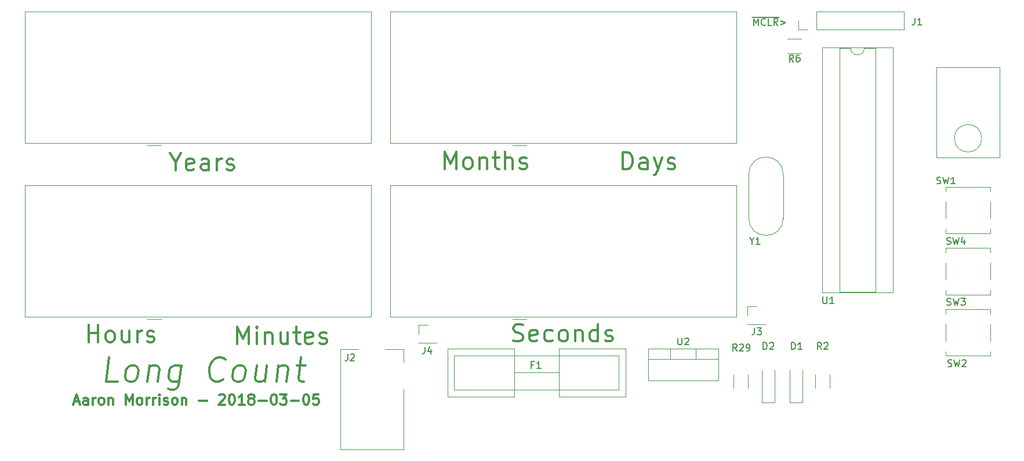
<source format=gbr>
G04 #@! TF.FileFunction,Legend,Top*
%FSLAX46Y46*%
G04 Gerber Fmt 4.6, Leading zero omitted, Abs format (unit mm)*
G04 Created by KiCad (PCBNEW 4.0.6) date Monday, March 05, 2018 'AMt' 11:52:21 AM*
%MOMM*%
%LPD*%
G01*
G04 APERTURE LIST*
%ADD10C,0.100000*%
%ADD11C,0.150000*%
%ADD12C,0.300000*%
%ADD13C,0.120000*%
G04 APERTURE END LIST*
D10*
D11*
X145920437Y-27965661D02*
X145920437Y-26965661D01*
X146253771Y-27679947D01*
X146587104Y-26965661D01*
X146587104Y-27965661D01*
X147634723Y-27870423D02*
X147587104Y-27918042D01*
X147444247Y-27965661D01*
X147349009Y-27965661D01*
X147206151Y-27918042D01*
X147110913Y-27822804D01*
X147063294Y-27727566D01*
X147015675Y-27537090D01*
X147015675Y-27394232D01*
X147063294Y-27203756D01*
X147110913Y-27108518D01*
X147206151Y-27013280D01*
X147349009Y-26965661D01*
X147444247Y-26965661D01*
X147587104Y-27013280D01*
X147634723Y-27060899D01*
X148539485Y-27965661D02*
X148063294Y-27965661D01*
X148063294Y-26965661D01*
X149444247Y-27965661D02*
X149110913Y-27489470D01*
X148872818Y-27965661D02*
X148872818Y-26965661D01*
X149253771Y-26965661D01*
X149349009Y-27013280D01*
X149396628Y-27060899D01*
X149444247Y-27156137D01*
X149444247Y-27298994D01*
X149396628Y-27394232D01*
X149349009Y-27441851D01*
X149253771Y-27489470D01*
X148872818Y-27489470D01*
X145682342Y-26793280D02*
X149634723Y-26793280D01*
X149872818Y-27298994D02*
X150634723Y-27584709D01*
X149872818Y-27870423D01*
D12*
X46727439Y-82982880D02*
X47441725Y-82982880D01*
X46584582Y-83411451D02*
X47084582Y-81911451D01*
X47584582Y-83411451D01*
X48727439Y-83411451D02*
X48727439Y-82625737D01*
X48656010Y-82482880D01*
X48513153Y-82411451D01*
X48227439Y-82411451D01*
X48084582Y-82482880D01*
X48727439Y-83340023D02*
X48584582Y-83411451D01*
X48227439Y-83411451D01*
X48084582Y-83340023D01*
X48013153Y-83197166D01*
X48013153Y-83054309D01*
X48084582Y-82911451D01*
X48227439Y-82840023D01*
X48584582Y-82840023D01*
X48727439Y-82768594D01*
X49441725Y-83411451D02*
X49441725Y-82411451D01*
X49441725Y-82697166D02*
X49513153Y-82554309D01*
X49584582Y-82482880D01*
X49727439Y-82411451D01*
X49870296Y-82411451D01*
X50584582Y-83411451D02*
X50441724Y-83340023D01*
X50370296Y-83268594D01*
X50298867Y-83125737D01*
X50298867Y-82697166D01*
X50370296Y-82554309D01*
X50441724Y-82482880D01*
X50584582Y-82411451D01*
X50798867Y-82411451D01*
X50941724Y-82482880D01*
X51013153Y-82554309D01*
X51084582Y-82697166D01*
X51084582Y-83125737D01*
X51013153Y-83268594D01*
X50941724Y-83340023D01*
X50798867Y-83411451D01*
X50584582Y-83411451D01*
X51727439Y-82411451D02*
X51727439Y-83411451D01*
X51727439Y-82554309D02*
X51798867Y-82482880D01*
X51941725Y-82411451D01*
X52156010Y-82411451D01*
X52298867Y-82482880D01*
X52370296Y-82625737D01*
X52370296Y-83411451D01*
X54227439Y-83411451D02*
X54227439Y-81911451D01*
X54727439Y-82982880D01*
X55227439Y-81911451D01*
X55227439Y-83411451D01*
X56156011Y-83411451D02*
X56013153Y-83340023D01*
X55941725Y-83268594D01*
X55870296Y-83125737D01*
X55870296Y-82697166D01*
X55941725Y-82554309D01*
X56013153Y-82482880D01*
X56156011Y-82411451D01*
X56370296Y-82411451D01*
X56513153Y-82482880D01*
X56584582Y-82554309D01*
X56656011Y-82697166D01*
X56656011Y-83125737D01*
X56584582Y-83268594D01*
X56513153Y-83340023D01*
X56370296Y-83411451D01*
X56156011Y-83411451D01*
X57298868Y-83411451D02*
X57298868Y-82411451D01*
X57298868Y-82697166D02*
X57370296Y-82554309D01*
X57441725Y-82482880D01*
X57584582Y-82411451D01*
X57727439Y-82411451D01*
X58227439Y-83411451D02*
X58227439Y-82411451D01*
X58227439Y-82697166D02*
X58298867Y-82554309D01*
X58370296Y-82482880D01*
X58513153Y-82411451D01*
X58656010Y-82411451D01*
X59156010Y-83411451D02*
X59156010Y-82411451D01*
X59156010Y-81911451D02*
X59084581Y-81982880D01*
X59156010Y-82054309D01*
X59227438Y-81982880D01*
X59156010Y-81911451D01*
X59156010Y-82054309D01*
X59798867Y-83340023D02*
X59941724Y-83411451D01*
X60227439Y-83411451D01*
X60370296Y-83340023D01*
X60441724Y-83197166D01*
X60441724Y-83125737D01*
X60370296Y-82982880D01*
X60227439Y-82911451D01*
X60013153Y-82911451D01*
X59870296Y-82840023D01*
X59798867Y-82697166D01*
X59798867Y-82625737D01*
X59870296Y-82482880D01*
X60013153Y-82411451D01*
X60227439Y-82411451D01*
X60370296Y-82482880D01*
X61298868Y-83411451D02*
X61156010Y-83340023D01*
X61084582Y-83268594D01*
X61013153Y-83125737D01*
X61013153Y-82697166D01*
X61084582Y-82554309D01*
X61156010Y-82482880D01*
X61298868Y-82411451D01*
X61513153Y-82411451D01*
X61656010Y-82482880D01*
X61727439Y-82554309D01*
X61798868Y-82697166D01*
X61798868Y-83125737D01*
X61727439Y-83268594D01*
X61656010Y-83340023D01*
X61513153Y-83411451D01*
X61298868Y-83411451D01*
X62441725Y-82411451D02*
X62441725Y-83411451D01*
X62441725Y-82554309D02*
X62513153Y-82482880D01*
X62656011Y-82411451D01*
X62870296Y-82411451D01*
X63013153Y-82482880D01*
X63084582Y-82625737D01*
X63084582Y-83411451D01*
X64941725Y-82840023D02*
X66084582Y-82840023D01*
X67870296Y-82054309D02*
X67941725Y-81982880D01*
X68084582Y-81911451D01*
X68441725Y-81911451D01*
X68584582Y-81982880D01*
X68656011Y-82054309D01*
X68727439Y-82197166D01*
X68727439Y-82340023D01*
X68656011Y-82554309D01*
X67798868Y-83411451D01*
X68727439Y-83411451D01*
X69656010Y-81911451D02*
X69798867Y-81911451D01*
X69941724Y-81982880D01*
X70013153Y-82054309D01*
X70084582Y-82197166D01*
X70156010Y-82482880D01*
X70156010Y-82840023D01*
X70084582Y-83125737D01*
X70013153Y-83268594D01*
X69941724Y-83340023D01*
X69798867Y-83411451D01*
X69656010Y-83411451D01*
X69513153Y-83340023D01*
X69441724Y-83268594D01*
X69370296Y-83125737D01*
X69298867Y-82840023D01*
X69298867Y-82482880D01*
X69370296Y-82197166D01*
X69441724Y-82054309D01*
X69513153Y-81982880D01*
X69656010Y-81911451D01*
X71584581Y-83411451D02*
X70727438Y-83411451D01*
X71156010Y-83411451D02*
X71156010Y-81911451D01*
X71013153Y-82125737D01*
X70870295Y-82268594D01*
X70727438Y-82340023D01*
X72441724Y-82554309D02*
X72298866Y-82482880D01*
X72227438Y-82411451D01*
X72156009Y-82268594D01*
X72156009Y-82197166D01*
X72227438Y-82054309D01*
X72298866Y-81982880D01*
X72441724Y-81911451D01*
X72727438Y-81911451D01*
X72870295Y-81982880D01*
X72941724Y-82054309D01*
X73013152Y-82197166D01*
X73013152Y-82268594D01*
X72941724Y-82411451D01*
X72870295Y-82482880D01*
X72727438Y-82554309D01*
X72441724Y-82554309D01*
X72298866Y-82625737D01*
X72227438Y-82697166D01*
X72156009Y-82840023D01*
X72156009Y-83125737D01*
X72227438Y-83268594D01*
X72298866Y-83340023D01*
X72441724Y-83411451D01*
X72727438Y-83411451D01*
X72870295Y-83340023D01*
X72941724Y-83268594D01*
X73013152Y-83125737D01*
X73013152Y-82840023D01*
X72941724Y-82697166D01*
X72870295Y-82625737D01*
X72727438Y-82554309D01*
X73656009Y-82840023D02*
X74798866Y-82840023D01*
X75798866Y-81911451D02*
X75941723Y-81911451D01*
X76084580Y-81982880D01*
X76156009Y-82054309D01*
X76227438Y-82197166D01*
X76298866Y-82482880D01*
X76298866Y-82840023D01*
X76227438Y-83125737D01*
X76156009Y-83268594D01*
X76084580Y-83340023D01*
X75941723Y-83411451D01*
X75798866Y-83411451D01*
X75656009Y-83340023D01*
X75584580Y-83268594D01*
X75513152Y-83125737D01*
X75441723Y-82840023D01*
X75441723Y-82482880D01*
X75513152Y-82197166D01*
X75584580Y-82054309D01*
X75656009Y-81982880D01*
X75798866Y-81911451D01*
X76798866Y-81911451D02*
X77727437Y-81911451D01*
X77227437Y-82482880D01*
X77441723Y-82482880D01*
X77584580Y-82554309D01*
X77656009Y-82625737D01*
X77727437Y-82768594D01*
X77727437Y-83125737D01*
X77656009Y-83268594D01*
X77584580Y-83340023D01*
X77441723Y-83411451D01*
X77013151Y-83411451D01*
X76870294Y-83340023D01*
X76798866Y-83268594D01*
X78370294Y-82840023D02*
X79513151Y-82840023D01*
X80513151Y-81911451D02*
X80656008Y-81911451D01*
X80798865Y-81982880D01*
X80870294Y-82054309D01*
X80941723Y-82197166D01*
X81013151Y-82482880D01*
X81013151Y-82840023D01*
X80941723Y-83125737D01*
X80870294Y-83268594D01*
X80798865Y-83340023D01*
X80656008Y-83411451D01*
X80513151Y-83411451D01*
X80370294Y-83340023D01*
X80298865Y-83268594D01*
X80227437Y-83125737D01*
X80156008Y-82840023D01*
X80156008Y-82482880D01*
X80227437Y-82197166D01*
X80298865Y-82054309D01*
X80370294Y-81982880D01*
X80513151Y-81911451D01*
X82370294Y-81911451D02*
X81656008Y-81911451D01*
X81584579Y-82625737D01*
X81656008Y-82554309D01*
X81798865Y-82482880D01*
X82156008Y-82482880D01*
X82298865Y-82554309D01*
X82370294Y-82625737D01*
X82441722Y-82768594D01*
X82441722Y-83125737D01*
X82370294Y-83268594D01*
X82298865Y-83340023D01*
X82156008Y-83411451D01*
X81798865Y-83411451D01*
X81656008Y-83340023D01*
X81584579Y-83268594D01*
X53060142Y-80046473D02*
X51393475Y-80046473D01*
X51830975Y-76546473D01*
X54726808Y-80046473D02*
X54414309Y-79879807D01*
X54268475Y-79713140D01*
X54143476Y-79379807D01*
X54268476Y-78379807D01*
X54476808Y-78046473D01*
X54664309Y-77879807D01*
X55018475Y-77713140D01*
X55518475Y-77713140D01*
X55830976Y-77879807D01*
X55976808Y-78046473D01*
X56101809Y-78379807D01*
X55976809Y-79379807D01*
X55768475Y-79713140D01*
X55580976Y-79879807D01*
X55226808Y-80046473D01*
X54726808Y-80046473D01*
X57685142Y-77713140D02*
X57393475Y-80046473D01*
X57643475Y-78046473D02*
X57830976Y-77879807D01*
X58185142Y-77713140D01*
X58685142Y-77713140D01*
X58997643Y-77879807D01*
X59122642Y-78213140D01*
X58893475Y-80046473D01*
X62351809Y-77713140D02*
X61997642Y-80546473D01*
X61789310Y-80879807D01*
X61601809Y-81046473D01*
X61247643Y-81213140D01*
X60747643Y-81213140D01*
X60435142Y-81046473D01*
X62080976Y-79879807D02*
X61726809Y-80046473D01*
X61060142Y-80046473D01*
X60747643Y-79879807D01*
X60601809Y-79713140D01*
X60476810Y-79379807D01*
X60601810Y-78379807D01*
X60810142Y-78046473D01*
X60997643Y-77879807D01*
X61351809Y-77713140D01*
X62018476Y-77713140D01*
X62330976Y-77879807D01*
X68435143Y-79713140D02*
X68247644Y-79879807D01*
X67726810Y-80046473D01*
X67393476Y-80046473D01*
X66914310Y-79879807D01*
X66622643Y-79546473D01*
X66497643Y-79213140D01*
X66414310Y-78546473D01*
X66476810Y-78046473D01*
X66726810Y-77379807D01*
X66935143Y-77046473D01*
X67310143Y-76713140D01*
X67830976Y-76546473D01*
X68164310Y-76546473D01*
X68643477Y-76713140D01*
X68789310Y-76879807D01*
X70393476Y-80046473D02*
X70080977Y-79879807D01*
X69935143Y-79713140D01*
X69810144Y-79379807D01*
X69935144Y-78379807D01*
X70143476Y-78046473D01*
X70330977Y-77879807D01*
X70685143Y-77713140D01*
X71185143Y-77713140D01*
X71497644Y-77879807D01*
X71643476Y-78046473D01*
X71768477Y-78379807D01*
X71643477Y-79379807D01*
X71435143Y-79713140D01*
X71247644Y-79879807D01*
X70893476Y-80046473D01*
X70393476Y-80046473D01*
X74851810Y-77713140D02*
X74560143Y-80046473D01*
X73351810Y-77713140D02*
X73122643Y-79546473D01*
X73247644Y-79879807D01*
X73560143Y-80046473D01*
X74060143Y-80046473D01*
X74414311Y-79879807D01*
X74601810Y-79713140D01*
X76518477Y-77713140D02*
X76226810Y-80046473D01*
X76476810Y-78046473D02*
X76664311Y-77879807D01*
X77018477Y-77713140D01*
X77518477Y-77713140D01*
X77830978Y-77879807D01*
X77955977Y-78213140D01*
X77726810Y-80046473D01*
X79185144Y-77713140D02*
X80518478Y-77713140D01*
X79830977Y-76546473D02*
X79455977Y-79546473D01*
X79580978Y-79879807D01*
X79893477Y-80046473D01*
X80226811Y-80046473D01*
X110827775Y-74062305D02*
X111184918Y-74181352D01*
X111780156Y-74181352D01*
X112018252Y-74062305D01*
X112137299Y-73943257D01*
X112256347Y-73705162D01*
X112256347Y-73467067D01*
X112137299Y-73228971D01*
X112018252Y-73109924D01*
X111780156Y-72990876D01*
X111303966Y-72871829D01*
X111065871Y-72752781D01*
X110946823Y-72633733D01*
X110827775Y-72395638D01*
X110827775Y-72157543D01*
X110946823Y-71919448D01*
X111065871Y-71800400D01*
X111303966Y-71681352D01*
X111899204Y-71681352D01*
X112256347Y-71800400D01*
X114280156Y-74062305D02*
X114042061Y-74181352D01*
X113565870Y-74181352D01*
X113327775Y-74062305D01*
X113208727Y-73824210D01*
X113208727Y-72871829D01*
X113327775Y-72633733D01*
X113565870Y-72514686D01*
X114042061Y-72514686D01*
X114280156Y-72633733D01*
X114399204Y-72871829D01*
X114399204Y-73109924D01*
X113208727Y-73348019D01*
X116542061Y-74062305D02*
X116303965Y-74181352D01*
X115827775Y-74181352D01*
X115589680Y-74062305D01*
X115470632Y-73943257D01*
X115351584Y-73705162D01*
X115351584Y-72990876D01*
X115470632Y-72752781D01*
X115589680Y-72633733D01*
X115827775Y-72514686D01*
X116303965Y-72514686D01*
X116542061Y-72633733D01*
X117970632Y-74181352D02*
X117732537Y-74062305D01*
X117613489Y-73943257D01*
X117494441Y-73705162D01*
X117494441Y-72990876D01*
X117613489Y-72752781D01*
X117732537Y-72633733D01*
X117970632Y-72514686D01*
X118327775Y-72514686D01*
X118565870Y-72633733D01*
X118684918Y-72752781D01*
X118803965Y-72990876D01*
X118803965Y-73705162D01*
X118684918Y-73943257D01*
X118565870Y-74062305D01*
X118327775Y-74181352D01*
X117970632Y-74181352D01*
X119875394Y-72514686D02*
X119875394Y-74181352D01*
X119875394Y-72752781D02*
X119994442Y-72633733D01*
X120232537Y-72514686D01*
X120589680Y-72514686D01*
X120827775Y-72633733D01*
X120946823Y-72871829D01*
X120946823Y-74181352D01*
X123208728Y-74181352D02*
X123208728Y-71681352D01*
X123208728Y-74062305D02*
X122970632Y-74181352D01*
X122494442Y-74181352D01*
X122256347Y-74062305D01*
X122137299Y-73943257D01*
X122018251Y-73705162D01*
X122018251Y-72990876D01*
X122137299Y-72752781D01*
X122256347Y-72633733D01*
X122494442Y-72514686D01*
X122970632Y-72514686D01*
X123208728Y-72633733D01*
X124280156Y-74062305D02*
X124518252Y-74181352D01*
X124994442Y-74181352D01*
X125232537Y-74062305D01*
X125351585Y-73824210D01*
X125351585Y-73705162D01*
X125232537Y-73467067D01*
X124994442Y-73348019D01*
X124637299Y-73348019D01*
X124399204Y-73228971D01*
X124280156Y-72990876D01*
X124280156Y-72871829D01*
X124399204Y-72633733D01*
X124637299Y-72514686D01*
X124994442Y-72514686D01*
X125232537Y-72633733D01*
X70529785Y-74526792D02*
X70529785Y-72026792D01*
X71363118Y-73812507D01*
X72196452Y-72026792D01*
X72196452Y-74526792D01*
X73386928Y-74526792D02*
X73386928Y-72860126D01*
X73386928Y-72026792D02*
X73267880Y-72145840D01*
X73386928Y-72264888D01*
X73505976Y-72145840D01*
X73386928Y-72026792D01*
X73386928Y-72264888D01*
X74577404Y-72860126D02*
X74577404Y-74526792D01*
X74577404Y-73098221D02*
X74696452Y-72979173D01*
X74934547Y-72860126D01*
X75291690Y-72860126D01*
X75529785Y-72979173D01*
X75648833Y-73217269D01*
X75648833Y-74526792D01*
X77910738Y-72860126D02*
X77910738Y-74526792D01*
X76839309Y-72860126D02*
X76839309Y-74169650D01*
X76958357Y-74407745D01*
X77196452Y-74526792D01*
X77553595Y-74526792D01*
X77791690Y-74407745D01*
X77910738Y-74288697D01*
X78744071Y-72860126D02*
X79696452Y-72860126D01*
X79101214Y-72026792D02*
X79101214Y-74169650D01*
X79220262Y-74407745D01*
X79458357Y-74526792D01*
X79696452Y-74526792D01*
X81482166Y-74407745D02*
X81244071Y-74526792D01*
X80767880Y-74526792D01*
X80529785Y-74407745D01*
X80410737Y-74169650D01*
X80410737Y-73217269D01*
X80529785Y-72979173D01*
X80767880Y-72860126D01*
X81244071Y-72860126D01*
X81482166Y-72979173D01*
X81601214Y-73217269D01*
X81601214Y-73455364D01*
X80410737Y-73693459D01*
X82553594Y-74407745D02*
X82791690Y-74526792D01*
X83267880Y-74526792D01*
X83505975Y-74407745D01*
X83625023Y-74169650D01*
X83625023Y-74050602D01*
X83505975Y-73812507D01*
X83267880Y-73693459D01*
X82910737Y-73693459D01*
X82672642Y-73574411D01*
X82553594Y-73336316D01*
X82553594Y-73217269D01*
X82672642Y-72979173D01*
X82910737Y-72860126D01*
X83267880Y-72860126D01*
X83505975Y-72979173D01*
X48796535Y-74298192D02*
X48796535Y-71798192D01*
X48796535Y-72988669D02*
X50225107Y-72988669D01*
X50225107Y-74298192D02*
X50225107Y-71798192D01*
X51772726Y-74298192D02*
X51534631Y-74179145D01*
X51415583Y-74060097D01*
X51296535Y-73822002D01*
X51296535Y-73107716D01*
X51415583Y-72869621D01*
X51534631Y-72750573D01*
X51772726Y-72631526D01*
X52129869Y-72631526D01*
X52367964Y-72750573D01*
X52487012Y-72869621D01*
X52606059Y-73107716D01*
X52606059Y-73822002D01*
X52487012Y-74060097D01*
X52367964Y-74179145D01*
X52129869Y-74298192D01*
X51772726Y-74298192D01*
X54748917Y-72631526D02*
X54748917Y-74298192D01*
X53677488Y-72631526D02*
X53677488Y-73941050D01*
X53796536Y-74179145D01*
X54034631Y-74298192D01*
X54391774Y-74298192D01*
X54629869Y-74179145D01*
X54748917Y-74060097D01*
X55939393Y-74298192D02*
X55939393Y-72631526D01*
X55939393Y-73107716D02*
X56058441Y-72869621D01*
X56177488Y-72750573D01*
X56415584Y-72631526D01*
X56653679Y-72631526D01*
X57367964Y-74179145D02*
X57606060Y-74298192D01*
X58082250Y-74298192D01*
X58320345Y-74179145D01*
X58439393Y-73941050D01*
X58439393Y-73822002D01*
X58320345Y-73583907D01*
X58082250Y-73464859D01*
X57725107Y-73464859D01*
X57487012Y-73345811D01*
X57367964Y-73107716D01*
X57367964Y-72988669D01*
X57487012Y-72750573D01*
X57725107Y-72631526D01*
X58082250Y-72631526D01*
X58320345Y-72750573D01*
X126839020Y-49007412D02*
X126839020Y-46507412D01*
X127434258Y-46507412D01*
X127791401Y-46626460D01*
X128029496Y-46864555D01*
X128148544Y-47102650D01*
X128267592Y-47578841D01*
X128267592Y-47935984D01*
X128148544Y-48412174D01*
X128029496Y-48650270D01*
X127791401Y-48888365D01*
X127434258Y-49007412D01*
X126839020Y-49007412D01*
X130410449Y-49007412D02*
X130410449Y-47697889D01*
X130291401Y-47459793D01*
X130053306Y-47340746D01*
X129577115Y-47340746D01*
X129339020Y-47459793D01*
X130410449Y-48888365D02*
X130172353Y-49007412D01*
X129577115Y-49007412D01*
X129339020Y-48888365D01*
X129219972Y-48650270D01*
X129219972Y-48412174D01*
X129339020Y-48174079D01*
X129577115Y-48055031D01*
X130172353Y-48055031D01*
X130410449Y-47935984D01*
X131362830Y-47340746D02*
X131958068Y-49007412D01*
X132553306Y-47340746D02*
X131958068Y-49007412D01*
X131719973Y-49602650D01*
X131600925Y-49721698D01*
X131362830Y-49840746D01*
X133386639Y-48888365D02*
X133624735Y-49007412D01*
X134100925Y-49007412D01*
X134339020Y-48888365D01*
X134458068Y-48650270D01*
X134458068Y-48531222D01*
X134339020Y-48293127D01*
X134100925Y-48174079D01*
X133743782Y-48174079D01*
X133505687Y-48055031D01*
X133386639Y-47816936D01*
X133386639Y-47697889D01*
X133505687Y-47459793D01*
X133743782Y-47340746D01*
X134100925Y-47340746D01*
X134339020Y-47459793D01*
X100819059Y-48974392D02*
X100819059Y-46474392D01*
X101652392Y-48260107D01*
X102485726Y-46474392D01*
X102485726Y-48974392D01*
X104033345Y-48974392D02*
X103795250Y-48855345D01*
X103676202Y-48736297D01*
X103557154Y-48498202D01*
X103557154Y-47783916D01*
X103676202Y-47545821D01*
X103795250Y-47426773D01*
X104033345Y-47307726D01*
X104390488Y-47307726D01*
X104628583Y-47426773D01*
X104747631Y-47545821D01*
X104866678Y-47783916D01*
X104866678Y-48498202D01*
X104747631Y-48736297D01*
X104628583Y-48855345D01*
X104390488Y-48974392D01*
X104033345Y-48974392D01*
X105938107Y-47307726D02*
X105938107Y-48974392D01*
X105938107Y-47545821D02*
X106057155Y-47426773D01*
X106295250Y-47307726D01*
X106652393Y-47307726D01*
X106890488Y-47426773D01*
X107009536Y-47664869D01*
X107009536Y-48974392D01*
X107842869Y-47307726D02*
X108795250Y-47307726D01*
X108200012Y-46474392D02*
X108200012Y-48617250D01*
X108319060Y-48855345D01*
X108557155Y-48974392D01*
X108795250Y-48974392D01*
X109628583Y-48974392D02*
X109628583Y-46474392D01*
X110700012Y-48974392D02*
X110700012Y-47664869D01*
X110580964Y-47426773D01*
X110342869Y-47307726D01*
X109985726Y-47307726D01*
X109747631Y-47426773D01*
X109628583Y-47545821D01*
X111771440Y-48855345D02*
X112009536Y-48974392D01*
X112485726Y-48974392D01*
X112723821Y-48855345D01*
X112842869Y-48617250D01*
X112842869Y-48498202D01*
X112723821Y-48260107D01*
X112485726Y-48141059D01*
X112128583Y-48141059D01*
X111890488Y-48022011D01*
X111771440Y-47783916D01*
X111771440Y-47664869D01*
X111890488Y-47426773D01*
X112128583Y-47307726D01*
X112485726Y-47307726D01*
X112723821Y-47426773D01*
X61498185Y-47961716D02*
X61498185Y-49152192D01*
X60664851Y-46652192D02*
X61498185Y-47961716D01*
X62331518Y-46652192D01*
X64117232Y-49033145D02*
X63879137Y-49152192D01*
X63402946Y-49152192D01*
X63164851Y-49033145D01*
X63045803Y-48795050D01*
X63045803Y-47842669D01*
X63164851Y-47604573D01*
X63402946Y-47485526D01*
X63879137Y-47485526D01*
X64117232Y-47604573D01*
X64236280Y-47842669D01*
X64236280Y-48080764D01*
X63045803Y-48318859D01*
X66379137Y-49152192D02*
X66379137Y-47842669D01*
X66260089Y-47604573D01*
X66021994Y-47485526D01*
X65545803Y-47485526D01*
X65307708Y-47604573D01*
X66379137Y-49033145D02*
X66141041Y-49152192D01*
X65545803Y-49152192D01*
X65307708Y-49033145D01*
X65188660Y-48795050D01*
X65188660Y-48556954D01*
X65307708Y-48318859D01*
X65545803Y-48199811D01*
X66141041Y-48199811D01*
X66379137Y-48080764D01*
X67569613Y-49152192D02*
X67569613Y-47485526D01*
X67569613Y-47961716D02*
X67688661Y-47723621D01*
X67807708Y-47604573D01*
X68045804Y-47485526D01*
X68283899Y-47485526D01*
X68998184Y-49033145D02*
X69236280Y-49152192D01*
X69712470Y-49152192D01*
X69950565Y-49033145D01*
X70069613Y-48795050D01*
X70069613Y-48676002D01*
X69950565Y-48437907D01*
X69712470Y-48318859D01*
X69355327Y-48318859D01*
X69117232Y-48199811D01*
X68998184Y-47961716D01*
X68998184Y-47842669D01*
X69117232Y-47604573D01*
X69355327Y-47485526D01*
X69712470Y-47485526D01*
X69950565Y-47604573D01*
D13*
X180506440Y-57730840D02*
X180506440Y-58380840D01*
X180506440Y-58380840D02*
X174006440Y-58380840D01*
X174006440Y-58380840D02*
X174006440Y-57730840D01*
X180506440Y-52230840D02*
X180506440Y-51580840D01*
X180506440Y-51580840D02*
X174006440Y-51580840D01*
X174006440Y-51580840D02*
X174006440Y-52230840D01*
X180506440Y-53730840D02*
X180506440Y-56230840D01*
X174006440Y-53730840D02*
X174006440Y-56230840D01*
X181831040Y-47295560D02*
X181831040Y-34095560D01*
X172631040Y-34095560D02*
X181831040Y-34095560D01*
X172631040Y-47295560D02*
X172631040Y-34095560D01*
X172631040Y-47295560D02*
X181831040Y-47295560D01*
X179231040Y-44485560D02*
G75*
G03X179231040Y-44485560I-2000000J0D01*
G01*
X39500000Y-70580000D02*
X39500000Y-51340000D01*
X39500000Y-70580000D02*
X90040000Y-70580000D01*
X90040000Y-70580000D02*
X90040000Y-51340000D01*
X90040000Y-51340000D02*
X39500000Y-51340000D01*
X57420000Y-70960000D02*
X59420000Y-70960000D01*
X92840000Y-70580000D02*
X92840000Y-51340000D01*
X92840000Y-70580000D02*
X143380000Y-70580000D01*
X143380000Y-70580000D02*
X143380000Y-51340000D01*
X143380000Y-51340000D02*
X92840000Y-51340000D01*
X110760000Y-70960000D02*
X112760000Y-70960000D01*
X92840000Y-45180000D02*
X92840000Y-25940000D01*
X92840000Y-45180000D02*
X143380000Y-45180000D01*
X143380000Y-45180000D02*
X143380000Y-25940000D01*
X143380000Y-25940000D02*
X92840000Y-25940000D01*
X110760000Y-45560000D02*
X112760000Y-45560000D01*
X39500000Y-45180000D02*
X39500000Y-25940000D01*
X39500000Y-45180000D02*
X90040000Y-45180000D01*
X90040000Y-45180000D02*
X90040000Y-25940000D01*
X90040000Y-25940000D02*
X39500000Y-25940000D01*
X57420000Y-45560000D02*
X59420000Y-45560000D01*
X151196000Y-83110000D02*
X153096000Y-83110000D01*
X153096000Y-83110000D02*
X153096000Y-78410000D01*
X151196000Y-83110000D02*
X151196000Y-78410000D01*
X147132000Y-83110000D02*
X149032000Y-83110000D01*
X149032000Y-83110000D02*
X149032000Y-78410000D01*
X147132000Y-83110000D02*
X147132000Y-78410000D01*
X110956000Y-78740000D02*
X117456000Y-78740000D01*
X110956000Y-82240000D02*
X110956000Y-75240000D01*
X102206000Y-75240000D02*
X110956000Y-75240000D01*
X102206000Y-82240000D02*
X110956000Y-82240000D01*
X124956000Y-76240000D02*
X126206000Y-76240000D01*
X124706000Y-81240000D02*
X126206000Y-81240000D01*
X112706000Y-76240000D02*
X124956000Y-76240000D01*
X112956000Y-81240000D02*
X124706000Y-81240000D01*
X102206000Y-76240000D02*
X112706000Y-76240000D01*
X102206000Y-81240000D02*
X112956000Y-81240000D01*
X102206000Y-81240000D02*
X102206000Y-76240000D01*
X101206000Y-82240000D02*
X102206000Y-82240000D01*
X101206000Y-82240000D02*
X101206000Y-75240000D01*
X101206000Y-75240000D02*
X102206000Y-75240000D01*
X126206000Y-81240000D02*
X126206000Y-76240000D01*
X117456000Y-82240000D02*
X127206000Y-82240000D01*
X127206000Y-82240000D02*
X127206000Y-75240000D01*
X117456000Y-75240000D02*
X127206000Y-75240000D01*
X117456000Y-82240000D02*
X117456000Y-75240000D01*
X167855000Y-28630000D02*
X167855000Y-25970000D01*
X155095000Y-28630000D02*
X167855000Y-28630000D01*
X155095000Y-25970000D02*
X167855000Y-25970000D01*
X155095000Y-28630000D02*
X155095000Y-25970000D01*
X153825000Y-28630000D02*
X152495000Y-28630000D01*
X152495000Y-28630000D02*
X152495000Y-27300000D01*
X94770000Y-81200000D02*
X94770000Y-90000000D01*
X94770000Y-90000000D02*
X85570000Y-90000000D01*
X92070000Y-75300000D02*
X94770000Y-75300000D01*
X94770000Y-75300000D02*
X94770000Y-77200000D01*
X85570000Y-90000000D02*
X85570000Y-75300000D01*
X85570000Y-75300000D02*
X88170000Y-75300000D01*
X157026000Y-79010000D02*
X157026000Y-81010000D01*
X154886000Y-81010000D02*
X154886000Y-79010000D01*
X150892000Y-29918000D02*
X152892000Y-29918000D01*
X152892000Y-32058000D02*
X150892000Y-32058000D01*
X145088000Y-79010000D02*
X145088000Y-81010000D01*
X142948000Y-81010000D02*
X142948000Y-79010000D01*
X180506440Y-75642920D02*
X180506440Y-76292920D01*
X180506440Y-76292920D02*
X174006440Y-76292920D01*
X174006440Y-76292920D02*
X174006440Y-75642920D01*
X180506440Y-70142920D02*
X180506440Y-69492920D01*
X180506440Y-69492920D02*
X174006440Y-69492920D01*
X174006440Y-69492920D02*
X174006440Y-70142920D01*
X180506440Y-71642920D02*
X180506440Y-74142920D01*
X174006440Y-71642920D02*
X174006440Y-74142920D01*
X180460720Y-66686880D02*
X180460720Y-67336880D01*
X180460720Y-67336880D02*
X173960720Y-67336880D01*
X173960720Y-67336880D02*
X173960720Y-66686880D01*
X180460720Y-61186880D02*
X180460720Y-60536880D01*
X180460720Y-60536880D02*
X173960720Y-60536880D01*
X173960720Y-60536880D02*
X173960720Y-61186880D01*
X180460720Y-62686880D02*
X180460720Y-65186880D01*
X173960720Y-62686880D02*
X173960720Y-65186880D01*
X162085000Y-31295000D02*
G75*
G02X160085000Y-31295000I-1000000J0D01*
G01*
X160085000Y-31295000D02*
X158435000Y-31295000D01*
X158435000Y-31295000D02*
X158435000Y-66975000D01*
X158435000Y-66975000D02*
X163735000Y-66975000D01*
X163735000Y-66975000D02*
X163735000Y-31295000D01*
X163735000Y-31295000D02*
X162085000Y-31295000D01*
X155945000Y-31235000D02*
X155945000Y-67035000D01*
X155945000Y-67035000D02*
X166225000Y-67035000D01*
X166225000Y-67035000D02*
X166225000Y-31235000D01*
X166225000Y-31235000D02*
X155945000Y-31235000D01*
X145201400Y-56157400D02*
X145201400Y-49757400D01*
X150251400Y-56157400D02*
X150251400Y-49757400D01*
X150251400Y-56157400D02*
G75*
G02X145201400Y-56157400I-2525000J0D01*
G01*
X150251400Y-49757400D02*
G75*
G03X145201400Y-49757400I-2525000J0D01*
G01*
X130521080Y-75231000D02*
X140761080Y-75231000D01*
X130521080Y-79872000D02*
X140761080Y-79872000D01*
X130521080Y-75231000D02*
X130521080Y-79872000D01*
X140761080Y-75231000D02*
X140761080Y-79872000D01*
X130521080Y-76741000D02*
X140761080Y-76741000D01*
X133791080Y-75231000D02*
X133791080Y-76741000D01*
X137492080Y-75231000D02*
X137492080Y-76741000D01*
X144989240Y-71713400D02*
X147649240Y-71713400D01*
X144989240Y-71653400D02*
X144989240Y-71713400D01*
X147649240Y-71653400D02*
X147649240Y-71713400D01*
X144989240Y-71653400D02*
X147649240Y-71653400D01*
X144989240Y-70383400D02*
X144989240Y-69053400D01*
X144989240Y-69053400D02*
X146319240Y-69053400D01*
X97006100Y-74431200D02*
X99666100Y-74431200D01*
X97006100Y-74371200D02*
X97006100Y-74431200D01*
X99666100Y-74371200D02*
X99666100Y-74431200D01*
X97006100Y-74371200D02*
X99666100Y-74371200D01*
X97006100Y-73101200D02*
X97006100Y-71771200D01*
X97006100Y-71771200D02*
X98336100Y-71771200D01*
D11*
X174119707Y-59932202D02*
X174262564Y-59979821D01*
X174500660Y-59979821D01*
X174595898Y-59932202D01*
X174643517Y-59884583D01*
X174691136Y-59789345D01*
X174691136Y-59694107D01*
X174643517Y-59598869D01*
X174595898Y-59551250D01*
X174500660Y-59503630D01*
X174310183Y-59456011D01*
X174214945Y-59408392D01*
X174167326Y-59360773D01*
X174119707Y-59265535D01*
X174119707Y-59170297D01*
X174167326Y-59075059D01*
X174214945Y-59027440D01*
X174310183Y-58979821D01*
X174548279Y-58979821D01*
X174691136Y-59027440D01*
X175024469Y-58979821D02*
X175262564Y-59979821D01*
X175453041Y-59265535D01*
X175643517Y-59979821D01*
X175881612Y-58979821D01*
X176691136Y-59313154D02*
X176691136Y-59979821D01*
X176453040Y-58932202D02*
X176214945Y-59646488D01*
X176833993Y-59646488D01*
X172661107Y-51100122D02*
X172803964Y-51147741D01*
X173042060Y-51147741D01*
X173137298Y-51100122D01*
X173184917Y-51052503D01*
X173232536Y-50957265D01*
X173232536Y-50862027D01*
X173184917Y-50766789D01*
X173137298Y-50719170D01*
X173042060Y-50671550D01*
X172851583Y-50623931D01*
X172756345Y-50576312D01*
X172708726Y-50528693D01*
X172661107Y-50433455D01*
X172661107Y-50338217D01*
X172708726Y-50242979D01*
X172756345Y-50195360D01*
X172851583Y-50147741D01*
X173089679Y-50147741D01*
X173232536Y-50195360D01*
X173565869Y-50147741D02*
X173803964Y-51147741D01*
X173994441Y-50433455D01*
X174184917Y-51147741D01*
X174423012Y-50147741D01*
X175327774Y-51147741D02*
X174756345Y-51147741D01*
X175042059Y-51147741D02*
X175042059Y-50147741D01*
X174946821Y-50290598D01*
X174851583Y-50385836D01*
X174756345Y-50433455D01*
X151438385Y-75346821D02*
X151438385Y-74346821D01*
X151676480Y-74346821D01*
X151819338Y-74394440D01*
X151914576Y-74489678D01*
X151962195Y-74584916D01*
X152009814Y-74775392D01*
X152009814Y-74918250D01*
X151962195Y-75108726D01*
X151914576Y-75203964D01*
X151819338Y-75299202D01*
X151676480Y-75346821D01*
X151438385Y-75346821D01*
X152962195Y-75346821D02*
X152390766Y-75346821D01*
X152676480Y-75346821D02*
X152676480Y-74346821D01*
X152581242Y-74489678D01*
X152486004Y-74584916D01*
X152390766Y-74632535D01*
X147308345Y-75346821D02*
X147308345Y-74346821D01*
X147546440Y-74346821D01*
X147689298Y-74394440D01*
X147784536Y-74489678D01*
X147832155Y-74584916D01*
X147879774Y-74775392D01*
X147879774Y-74918250D01*
X147832155Y-75108726D01*
X147784536Y-75203964D01*
X147689298Y-75299202D01*
X147546440Y-75346821D01*
X147308345Y-75346821D01*
X148260726Y-74442059D02*
X148308345Y-74394440D01*
X148403583Y-74346821D01*
X148641679Y-74346821D01*
X148736917Y-74394440D01*
X148784536Y-74442059D01*
X148832155Y-74537297D01*
X148832155Y-74632535D01*
X148784536Y-74775392D01*
X148213107Y-75346821D01*
X148832155Y-75346821D01*
X113793947Y-77589071D02*
X113460613Y-77589071D01*
X113460613Y-78112881D02*
X113460613Y-77112881D01*
X113936804Y-77112881D01*
X114841566Y-78112881D02*
X114270137Y-78112881D01*
X114555851Y-78112881D02*
X114555851Y-77112881D01*
X114460613Y-77255738D01*
X114365375Y-77350976D01*
X114270137Y-77398595D01*
X169475827Y-26879301D02*
X169475827Y-27593587D01*
X169428207Y-27736444D01*
X169332969Y-27831682D01*
X169190112Y-27879301D01*
X169094874Y-27879301D01*
X170475827Y-27879301D02*
X169904398Y-27879301D01*
X170190112Y-27879301D02*
X170190112Y-26879301D01*
X170094874Y-27022158D01*
X169999636Y-27117396D01*
X169904398Y-27165015D01*
X86636267Y-76033381D02*
X86636267Y-76747667D01*
X86588647Y-76890524D01*
X86493409Y-76985762D01*
X86350552Y-77033381D01*
X86255314Y-77033381D01*
X87064838Y-76128619D02*
X87112457Y-76081000D01*
X87207695Y-76033381D01*
X87445791Y-76033381D01*
X87541029Y-76081000D01*
X87588648Y-76128619D01*
X87636267Y-76223857D01*
X87636267Y-76319095D01*
X87588648Y-76461952D01*
X87017219Y-77033381D01*
X87636267Y-77033381D01*
X155814734Y-75346821D02*
X155481400Y-74870630D01*
X155243305Y-75346821D02*
X155243305Y-74346821D01*
X155624258Y-74346821D01*
X155719496Y-74394440D01*
X155767115Y-74442059D01*
X155814734Y-74537297D01*
X155814734Y-74680154D01*
X155767115Y-74775392D01*
X155719496Y-74823011D01*
X155624258Y-74870630D01*
X155243305Y-74870630D01*
X156195686Y-74442059D02*
X156243305Y-74394440D01*
X156338543Y-74346821D01*
X156576639Y-74346821D01*
X156671877Y-74394440D01*
X156719496Y-74442059D01*
X156767115Y-74537297D01*
X156767115Y-74632535D01*
X156719496Y-74775392D01*
X156148067Y-75346821D01*
X156767115Y-75346821D01*
X151725334Y-33290381D02*
X151392000Y-32814190D01*
X151153905Y-33290381D02*
X151153905Y-32290381D01*
X151534858Y-32290381D01*
X151630096Y-32338000D01*
X151677715Y-32385619D01*
X151725334Y-32480857D01*
X151725334Y-32623714D01*
X151677715Y-32718952D01*
X151630096Y-32766571D01*
X151534858Y-32814190D01*
X151153905Y-32814190D01*
X152582477Y-32290381D02*
X152392000Y-32290381D01*
X152296762Y-32338000D01*
X152249143Y-32385619D01*
X152153905Y-32528476D01*
X152106286Y-32718952D01*
X152106286Y-33099905D01*
X152153905Y-33195143D01*
X152201524Y-33242762D01*
X152296762Y-33290381D01*
X152487239Y-33290381D01*
X152582477Y-33242762D01*
X152630096Y-33195143D01*
X152677715Y-33099905D01*
X152677715Y-32861810D01*
X152630096Y-32766571D01*
X152582477Y-32718952D01*
X152487239Y-32671333D01*
X152296762Y-32671333D01*
X152201524Y-32718952D01*
X152153905Y-32766571D01*
X152106286Y-32861810D01*
X143486903Y-75560181D02*
X143153569Y-75083990D01*
X142915474Y-75560181D02*
X142915474Y-74560181D01*
X143296427Y-74560181D01*
X143391665Y-74607800D01*
X143439284Y-74655419D01*
X143486903Y-74750657D01*
X143486903Y-74893514D01*
X143439284Y-74988752D01*
X143391665Y-75036371D01*
X143296427Y-75083990D01*
X142915474Y-75083990D01*
X143867855Y-74655419D02*
X143915474Y-74607800D01*
X144010712Y-74560181D01*
X144248808Y-74560181D01*
X144344046Y-74607800D01*
X144391665Y-74655419D01*
X144439284Y-74750657D01*
X144439284Y-74845895D01*
X144391665Y-74988752D01*
X143820236Y-75560181D01*
X144439284Y-75560181D01*
X144915474Y-75560181D02*
X145105950Y-75560181D01*
X145201189Y-75512562D01*
X145248808Y-75464943D01*
X145344046Y-75322086D01*
X145391665Y-75131610D01*
X145391665Y-74750657D01*
X145344046Y-74655419D01*
X145296427Y-74607800D01*
X145201189Y-74560181D01*
X145010712Y-74560181D01*
X144915474Y-74607800D01*
X144867855Y-74655419D01*
X144820236Y-74750657D01*
X144820236Y-74988752D01*
X144867855Y-75083990D01*
X144915474Y-75131610D01*
X145010712Y-75179229D01*
X145201189Y-75179229D01*
X145296427Y-75131610D01*
X145344046Y-75083990D01*
X145391665Y-74988752D01*
X174279507Y-77825282D02*
X174422364Y-77872901D01*
X174660460Y-77872901D01*
X174755698Y-77825282D01*
X174803317Y-77777663D01*
X174850936Y-77682425D01*
X174850936Y-77587187D01*
X174803317Y-77491949D01*
X174755698Y-77444330D01*
X174660460Y-77396710D01*
X174469983Y-77349091D01*
X174374745Y-77301472D01*
X174327126Y-77253853D01*
X174279507Y-77158615D01*
X174279507Y-77063377D01*
X174327126Y-76968139D01*
X174374745Y-76920520D01*
X174469983Y-76872901D01*
X174708079Y-76872901D01*
X174850936Y-76920520D01*
X175184269Y-76872901D02*
X175422364Y-77872901D01*
X175612841Y-77158615D01*
X175803317Y-77872901D01*
X176041412Y-76872901D01*
X176374745Y-76968139D02*
X176422364Y-76920520D01*
X176517602Y-76872901D01*
X176755698Y-76872901D01*
X176850936Y-76920520D01*
X176898555Y-76968139D01*
X176946174Y-77063377D01*
X176946174Y-77158615D01*
X176898555Y-77301472D01*
X176327126Y-77872901D01*
X176946174Y-77872901D01*
X174150187Y-68837442D02*
X174293044Y-68885061D01*
X174531140Y-68885061D01*
X174626378Y-68837442D01*
X174673997Y-68789823D01*
X174721616Y-68694585D01*
X174721616Y-68599347D01*
X174673997Y-68504109D01*
X174626378Y-68456490D01*
X174531140Y-68408870D01*
X174340663Y-68361251D01*
X174245425Y-68313632D01*
X174197806Y-68266013D01*
X174150187Y-68170775D01*
X174150187Y-68075537D01*
X174197806Y-67980299D01*
X174245425Y-67932680D01*
X174340663Y-67885061D01*
X174578759Y-67885061D01*
X174721616Y-67932680D01*
X175054949Y-67885061D02*
X175293044Y-68885061D01*
X175483521Y-68170775D01*
X175673997Y-68885061D01*
X175912092Y-67885061D01*
X176197806Y-67885061D02*
X176816854Y-67885061D01*
X176483520Y-68266013D01*
X176626378Y-68266013D01*
X176721616Y-68313632D01*
X176769235Y-68361251D01*
X176816854Y-68456490D01*
X176816854Y-68694585D01*
X176769235Y-68789823D01*
X176721616Y-68837442D01*
X176626378Y-68885061D01*
X176340663Y-68885061D01*
X176245425Y-68837442D01*
X176197806Y-68789823D01*
X156057695Y-67651381D02*
X156057695Y-68460905D01*
X156105314Y-68556143D01*
X156152933Y-68603762D01*
X156248171Y-68651381D01*
X156438648Y-68651381D01*
X156533886Y-68603762D01*
X156581505Y-68556143D01*
X156629124Y-68460905D01*
X156629124Y-67651381D01*
X157629124Y-68651381D02*
X157057695Y-68651381D01*
X157343409Y-68651381D02*
X157343409Y-67651381D01*
X157248171Y-67794238D01*
X157152933Y-67889476D01*
X157057695Y-67937095D01*
X145650009Y-59488390D02*
X145650009Y-59964581D01*
X145316676Y-58964581D02*
X145650009Y-59488390D01*
X145983343Y-58964581D01*
X146840486Y-59964581D02*
X146269057Y-59964581D01*
X146554771Y-59964581D02*
X146554771Y-58964581D01*
X146459533Y-59107438D01*
X146364295Y-59202676D01*
X146269057Y-59250295D01*
X134879175Y-73683381D02*
X134879175Y-74492905D01*
X134926794Y-74588143D01*
X134974413Y-74635762D01*
X135069651Y-74683381D01*
X135260128Y-74683381D01*
X135355366Y-74635762D01*
X135402985Y-74588143D01*
X135450604Y-74492905D01*
X135450604Y-73683381D01*
X135879175Y-73778619D02*
X135926794Y-73731000D01*
X136022032Y-73683381D01*
X136260128Y-73683381D01*
X136355366Y-73731000D01*
X136402985Y-73778619D01*
X136450604Y-73873857D01*
X136450604Y-73969095D01*
X136402985Y-74111952D01*
X135831556Y-74683381D01*
X136450604Y-74683381D01*
X146044327Y-72208141D02*
X146044327Y-72922427D01*
X145996707Y-73065284D01*
X145901469Y-73160522D01*
X145758612Y-73208141D01*
X145663374Y-73208141D01*
X146425279Y-72208141D02*
X147044327Y-72208141D01*
X146710993Y-72589093D01*
X146853851Y-72589093D01*
X146949089Y-72636712D01*
X146996708Y-72684331D01*
X147044327Y-72779570D01*
X147044327Y-73017665D01*
X146996708Y-73112903D01*
X146949089Y-73160522D01*
X146853851Y-73208141D01*
X146568136Y-73208141D01*
X146472898Y-73160522D01*
X146425279Y-73112903D01*
X97916407Y-74981821D02*
X97916407Y-75696107D01*
X97868787Y-75838964D01*
X97773549Y-75934202D01*
X97630692Y-75981821D01*
X97535454Y-75981821D01*
X98821169Y-75315154D02*
X98821169Y-75981821D01*
X98583073Y-74934202D02*
X98344978Y-75648488D01*
X98964026Y-75648488D01*
M02*

</source>
